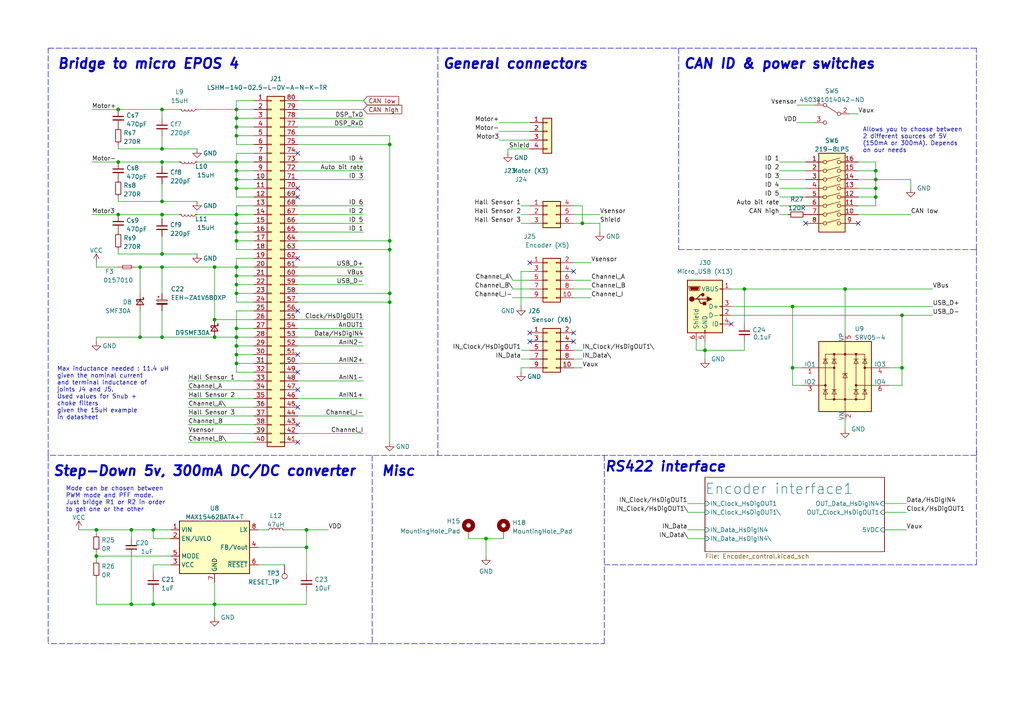
<source format=kicad_sch>
(kicad_sch (version 20211123) (generator eeschema)
  (paper "A4")
  (lib_symbols
    (symbol "Connector:TestPoint" (pin_numbers hide) (pin_names (offset 0.762) hide)
      (property "Reference" "TP" (at 0 6.858 0))
      (property "Value" "TestPoint" (at 0 5.08 0))
      (symbol "TestPoint_1_1"
        (pin passive line (at 0 0 90) (length 2.54) (name "1") (number "1"))
      )
    )
    (symbol "Connector:USB_B_Micro" (pin_names (offset 1.016))
      (property "Reference" "J" (at -5.08 11.43 0))
      (property "Value" "USB_B_Micro" (at -5.08 8.89 0))
      (symbol "USB_B_Micro_1_1"
        (pin power_out line (at 7.62 5.08 180) (length 2.54) (name "VBUS") (number "1"))
        (pin bidirectional line (at 7.62 -2.54 180) (length 2.54) (name "D-") (number "2"))
        (pin bidirectional line (at 7.62 0 180) (length 2.54) (name "D+") (number "3"))
        (pin passive line (at 7.62 -5.08 180) (length 2.54) (name "ID") (number "4"))
        (pin power_out line (at 0 -10.16 90) (length 2.54) (name "GND") (number "5"))
        (pin passive line (at -2.54 -10.16 90) (length 2.54) (name "Shield") (number "6"))
      )
    )
    (symbol "Connector_Generic:Conn_01x04" (pin_names (offset 1.016) hide)
      (property "Reference" "J" (at 0 5.08 0))
      (property "Value" "Conn_01x04" (at 0 -7.62 0))
      (symbol "Conn_01x04_1_1"
        (pin passive line (at -5.08 2.54 0) (length 3.81) (name "Pin_1") (number "1"))
        (pin passive line (at -5.08 0 0) (length 3.81) (name "Pin_2") (number "2"))
        (pin passive line (at -5.08 -2.54 0) (length 3.81) (name "Pin_3") (number "3"))
        (pin passive line (at -5.08 -5.08 0) (length 3.81) (name "Pin_4") (number "4"))
      )
    )
    (symbol "Connector_Generic:Conn_02x03_Top_Bottom" (pin_names (offset 1.016) hide)
      (property "Reference" "J" (at 1.27 5.08 0))
      (property "Value" "Conn_02x03_Top_Bottom" (at 1.27 -5.08 0))
      (symbol "Conn_02x03_Top_Bottom_1_1"
        (pin passive line (at -5.08 2.54 0) (length 3.81) (name "Pin_1") (number "1"))
        (pin passive line (at -5.08 0 0) (length 3.81) (name "Pin_2") (number "2"))
        (pin passive line (at -5.08 -2.54 0) (length 3.81) (name "Pin_3") (number "3"))
        (pin passive line (at 7.62 2.54 180) (length 3.81) (name "Pin_4") (number "4"))
        (pin passive line (at 7.62 0 180) (length 3.81) (name "Pin_5") (number "5"))
        (pin passive line (at 7.62 -2.54 180) (length 3.81) (name "Pin_6") (number "6"))
      )
    )
    (symbol "Connector_Generic:Conn_02x05_Odd_Even" (pin_names (offset 1.016) hide)
      (property "Reference" "J" (at 1.27 7.62 0))
      (property "Value" "Conn_02x05_Odd_Even" (at 1.27 -7.62 0))
      (symbol "Conn_02x05_Odd_Even_1_1"
        (pin passive line (at -5.08 5.08 0) (length 3.81) (name "Pin_1") (number "1"))
        (pin passive line (at 7.62 -5.08 180) (length 3.81) (name "Pin_10") (number "10"))
        (pin passive line (at 7.62 5.08 180) (length 3.81) (name "Pin_2") (number "2"))
        (pin passive line (at -5.08 2.54 0) (length 3.81) (name "Pin_3") (number "3"))
        (pin passive line (at 7.62 2.54 180) (length 3.81) (name "Pin_4") (number "4"))
        (pin passive line (at -5.08 0 0) (length 3.81) (name "Pin_5") (number "5"))
        (pin passive line (at 7.62 0 180) (length 3.81) (name "Pin_6") (number "6"))
        (pin passive line (at -5.08 -2.54 0) (length 3.81) (name "Pin_7") (number "7"))
        (pin passive line (at 7.62 -2.54 180) (length 3.81) (name "Pin_8") (number "8"))
        (pin passive line (at -5.08 -5.08 0) (length 3.81) (name "Pin_9") (number "9"))
      )
    )
    (symbol "Connector_Generic:Conn_02x40_Counter_Clockwise" (pin_names (offset 1.016) hide)
      (property "Reference" "J" (at 1.27 50.8 0))
      (property "Value" "Conn_02x40_Counter_Clockwise" (at 1.27 -53.34 0))
      (symbol "Conn_02x40_Counter_Clockwise_1_1"
        (pin passive line (at -5.08 48.26 0) (length 3.81) (name "Pin_1") (number "1"))
        (pin passive line (at -5.08 25.4 0) (length 3.81) (name "Pin_10") (number "10"))
        (pin passive line (at -5.08 22.86 0) (length 3.81) (name "Pin_11") (number "11"))
        (pin passive line (at -5.08 20.32 0) (length 3.81) (name "Pin_12") (number "12"))
        (pin passive line (at -5.08 17.78 0) (length 3.81) (name "Pin_13") (number "13"))
        (pin passive line (at -5.08 15.24 0) (length 3.81) (name "Pin_14") (number "14"))
        (pin passive line (at -5.08 12.7 0) (length 3.81) (name "Pin_15") (number "15"))
        (pin passive line (at -5.08 10.16 0) (length 3.81) (name "Pin_16") (number "16"))
        (pin passive line (at -5.08 7.62 0) (length 3.81) (name "Pin_17") (number "17"))
        (pin passive line (at -5.08 5.08 0) (length 3.81) (name "Pin_18") (number "18"))
        (pin passive line (at -5.08 2.54 0) (length 3.81) (name "Pin_19") (number "19"))
        (pin passive line (at -5.08 45.72 0) (length 3.81) (name "Pin_2") (number "2"))
        (pin passive line (at -5.08 0 0) (length 3.81) (name "Pin_20") (number "20"))
        (pin passive line (at -5.08 -2.54 0) (length 3.81) (name "Pin_21") (number "21"))
        (pin passive line (at -5.08 -5.08 0) (length 3.81) (name "Pin_22") (number "22"))
        (pin passive line (at -5.08 -7.62 0) (length 3.81) (name "Pin_23") (number "23"))
        (pin passive line (at -5.08 -10.16 0) (length 3.81) (name "Pin_24") (number "24"))
        (pin passive line (at -5.08 -12.7 0) (length 3.81) (name "Pin_25") (number "25"))
        (pin passive line (at -5.08 -15.24 0) (length 3.81) (name "Pin_26") (number "26"))
        (pin passive line (at -5.08 -17.78 0) (length 3.81) (name "Pin_27") (number "27"))
        (pin passive line (at -5.08 -20.32 0) (length 3.81) (name "Pin_28") (number "28"))
        (pin passive line (at -5.08 -22.86 0) (length 3.81) (name "Pin_29") (number "29"))
        (pin passive line (at -5.08 43.18 0) (length 3.81) (name "Pin_3") (number "3"))
        (pin passive line (at -5.08 -25.4 0) (length 3.81) (name "Pin_30") (number "30"))
        (pin passive line (at -5.08 -27.94 0) (length 3.81) (name "Pin_31") (number "31"))
        (pin passive line (at -5.08 -30.48 0) (length 3.81) (name "Pin_32") (number "32"))
        (pin passive line (at -5.08 -33.02 0) (length 3.81) (name "Pin_33") (number "33"))
        (pin passive line (at -5.08 -35.56 0) (length 3.81) (name "Pin_34") (number "34"))
        (pin passive line (at -5.08 -38.1 0) (length 3.81) (name "Pin_35") (number "35"))
        (pin passive line (at -5.08 -40.64 0) (length 3.81) (name "Pin_36") (number "36"))
        (pin passive line (at -5.08 -43.18 0) (length 3.81) (name "Pin_37") (number "37"))
        (pin passive line (at -5.08 -45.72 0) (length 3.81) (name "Pin_38") (number "38"))
        (pin passive line (at -5.08 -48.26 0) (length 3.81) (name "Pin_39") (number "39"))
        (pin passive line (at -5.08 40.64 0) (length 3.81) (name "Pin_4") (number "4"))
        (pin passive line (at -5.08 -50.8 0) (length 3.81) (name "Pin_40") (number "40"))
        (pin passive line (at 7.62 -50.8 180) (length 3.81) (name "Pin_41") (number "41"))
        (pin passive line (at 7.62 -48.26 180) (length 3.81) (name "Pin_42") (number "42"))
        (pin passive line (at 7.62 -45.72 180) (length 3.81) (name "Pin_43") (number "43"))
        (pin passive line (at 7.62 -43.18 180) (length 3.81) (name "Pin_44") (number "44"))
        (pin passive line (at 7.62 -40.64 180) (length 3.81) (name "Pin_45") (number "45"))
        (pin passive line (at 7.62 -38.1 180) (length 3.81) (name "Pin_46") (number "46"))
        (pin passive line (at 7.62 -35.56 180) (length 3.81) (name "Pin_47") (number "47"))
        (pin passive line (at 7.62 -33.02 180) (length 3.81) (name "Pin_48") (number "48"))
        (pin passive line (at 7.62 -30.48 180) (length 3.81) (name "Pin_49") (number "49"))
        (pin passive line (at -5.08 38.1 0) (length 3.81) (name "Pin_5") (number "5"))
        (pin passive line (at 7.62 -27.94 180) (length 3.81) (name "Pin_50") (number "50"))
        (pin passive line (at 7.62 -25.4 180) (length 3.81) (name "Pin_51") (number "51"))
        (pin passive line (at 7.62 -22.86 180) (length 3.81) (name "Pin_52") (number "52"))
        (pin passive line (at 7.62 -20.32 180) (length 3.81) (name "Pin_53") (number "53"))
        (pin passive line (at 7.62 -17.78 180) (length 3.81) (name "Pin_54") (number "54"))
        (pin passive line (at 7.62 -15.24 180) (length 3.81) (name "Pin_55") (number "55"))
        (pin passive line (at 7.62 -12.7 180) (length 3.81) (name "Pin_56") (number "56"))
        (pin passive line (at 7.62 -10.16 180) (length 3.81) (name "Pin_57") (number "57"))
        (pin passive line (at 7.62 -7.62 180) (length 3.81) (name "Pin_58") (number "58"))
        (pin passive line (at 7.62 -5.08 180) (length 3.81) (name "Pin_59") (number "59"))
        (pin passive line (at -5.08 35.56 0) (length 3.81) (name "Pin_6") (number "6"))
        (pin passive line (at 7.62 -2.54 180) (length 3.81) (name "Pin_60") (number "60"))
        (pin passive line (at 7.62 0 180) (length 3.81) (name "Pin_61") (number "61"))
        (pin passive line (at 7.62 2.54 180) (length 3.81) (name "Pin_62") (number "62"))
        (pin passive line (at 7.62 5.08 180) (length 3.81) (name "Pin_63") (number "63"))
        (pin passive line (at 7.62 7.62 180) (length 3.81) (name "Pin_64") (number "64"))
        (pin passive line (at 7.62 10.16 180) (length 3.81) (name "Pin_65") (number "65"))
        (pin passive line (at 7.62 12.7 180) (length 3.81) (name "Pin_66") (number "66"))
        (pin passive line (at 7.62 15.24 180) (length 3.81) (name "Pin_67") (number "67"))
        (pin passive line (at 7.62 17.78 180) (length 3.81) (name "Pin_68") (number "68"))
        (pin passive line (at 7.62 20.32 180) (length 3.81) (name "Pin_69") (number "69"))
        (pin passive line (at -5.08 33.02 0) (length 3.81) (name "Pin_7") (number "7"))
        (pin passive line (at 7.62 22.86 180) (length 3.81) (name "Pin_70") (number "70"))
        (pin passive line (at 7.62 25.4 180) (length 3.81) (name "Pin_71") (number "71"))
        (pin passive line (at 7.62 27.94 180) (length 3.81) (name "Pin_72") (number "72"))
        (pin passive line (at 7.62 30.48 180) (length 3.81) (name "Pin_73") (number "73"))
        (pin passive line (at 7.62 33.02 180) (length 3.81) (name "Pin_74") (number "74"))
        (pin passive line (at 7.62 35.56 180) (length 3.81) (name "Pin_75") (number "75"))
        (pin passive line (at 7.62 38.1 180) (length 3.81) (name "Pin_76") (number "76"))
        (pin passive line (at 7.62 40.64 180) (length 3.81) (name "Pin_77") (number "77"))
        (pin passive line (at 7.62 43.18 180) (length 3.81) (name "Pin_78") (number "78"))
        (pin passive line (at 7.62 45.72 180) (length 3.81) (name "Pin_79") (number "79"))
        (pin passive line (at -5.08 30.48 0) (length 3.81) (name "Pin_8") (number "8"))
        (pin passive line (at 7.62 48.26 180) (length 3.81) (name "Pin_80") (number "80"))
        (pin passive line (at -5.08 27.94 0) (length 3.81) (name "Pin_9") (number "9"))
      )
    )
    (symbol "Device:C_Polarized_Small" (pin_numbers hide) (pin_names (offset 0.254) hide)
      (property "Reference" "C" (at 0.254 1.778 0))
      (property "Value" "C_Polarized_Small" (at 0.254 -2.032 0))
      (symbol "C_Polarized_Small_1_1"
        (pin passive line (at 0 2.54 270) (length 1.8542) (name "~") (number "1"))
        (pin passive line (at 0 -2.54 90) (length 1.8542) (name "~") (number "2"))
      )
    )
    (symbol "Device:C_Small" (pin_numbers hide) (pin_names (offset 0.254) hide)
      (property "Reference" "C" (at 0.254 1.778 0))
      (property "Value" "C_Small" (at 0.254 -2.032 0))
      (symbol "C_Small_1_1"
        (pin passive line (at 0 2.54 270) (length 2.032) (name "~") (number "1"))
        (pin passive line (at 0 -2.54 90) (length 2.032) (name "~") (number "2"))
      )
    )
    (symbol "Device:D_Schottky_Small" (pin_numbers hide) (pin_names (offset 0.254) hide)
      (property "Reference" "D" (at -1.27 2.032 0))
      (property "Value" "D_Schottky_Small" (at -7.112 -2.032 0))
      (symbol "D_Schottky_Small_1_1"
        (pin passive line (at -2.54 0 0) (length 1.778) (name "K") (number "1"))
        (pin passive line (at 2.54 0 180) (length 1.778) (name "A") (number "2"))
      )
    )
    (symbol "Device:Fuse_Small" (pin_numbers hide) (pin_names (offset 0.254) hide)
      (property "Reference" "F" (at 0 -1.524 0))
      (property "Value" "Fuse_Small" (at 0 1.524 0))
      (symbol "Fuse_Small_1_1"
        (pin passive line (at -2.54 0 0) (length 1.27) (name "~") (number "1"))
        (pin passive line (at 2.54 0 180) (length 1.27) (name "~") (number "2"))
      )
    )
    (symbol "Device:L_Small" (pin_numbers hide) (pin_names (offset 0.254) hide)
      (property "Reference" "L" (at 0.762 1.016 0))
      (property "Value" "L_Small" (at 0.762 -1.016 0))
      (symbol "L_Small_1_1"
        (pin passive line (at 0 2.54 270) (length 0.508) (name "~") (number "1"))
        (pin passive line (at 0 -2.54 90) (length 0.508) (name "~") (number "2"))
      )
    )
    (symbol "Device:R_Small" (pin_numbers hide) (pin_names (offset 0.254) hide)
      (property "Reference" "R" (at 0.762 0.508 0))
      (property "Value" "R_Small" (at 0.762 -1.016 0))
      (symbol "R_Small_1_1"
        (pin passive line (at 0 2.54 270) (length 0.762) (name "~") (number "1"))
        (pin passive line (at 0 -2.54 90) (length 0.762) (name "~") (number "2"))
      )
    )
    (symbol "Mechanical:MountingHole_Pad" (pin_numbers hide) (pin_names (offset 1.016) hide)
      (property "Reference" "H" (at 0 6.35 0))
      (property "Value" "MountingHole_Pad" (at 0 4.445 0))
      (symbol "MountingHole_Pad_1_1"
        (pin input line (at 0 -2.54 90) (length 2.54) (name "1") (number "1"))
      )
    )
    (symbol "Power_Protection:SRV05-4" (pin_names (offset 0))
      (property "Reference" "U" (at -5.08 11.43 0))
      (property "Value" "SRV05-4" (at 2.54 11.43 0))
      (symbol "SRV05-4_1_1"
        (pin passive line (at -12.7 2.54 0) (length 5.08) (name "IO1") (number "1"))
        (pin passive line (at 0 -12.7 90) (length 2.54) (name "VN") (number "2"))
        (pin passive line (at -12.7 -2.54 0) (length 5.08) (name "IO2") (number "3"))
        (pin passive line (at 12.7 2.54 180) (length 5.08) (name "IO3") (number "4"))
        (pin passive line (at 0 12.7 270) (length 2.54) (name "VP") (number "5"))
        (pin passive line (at 12.7 -2.54 180) (length 5.08) (name "IO4") (number "6"))
      )
    )
    (symbol "Switch:SW_DIP_x08" (pin_names (offset 0) hide)
      (property "Reference" "SW" (at 0 13.97 0))
      (property "Value" "SW_DIP_x08" (at 0 -11.43 0))
      (symbol "SW_DIP_x08_1_1"
        (pin passive line (at -7.62 10.16 0) (length 5.08) (name "~") (number "1"))
        (pin passive line (at 7.62 -5.08 180) (length 5.08) (name "~") (number "10"))
        (pin passive line (at 7.62 -2.54 180) (length 5.08) (name "~") (number "11"))
        (pin passive line (at 7.62 0 180) (length 5.08) (name "~") (number "12"))
        (pin passive line (at 7.62 2.54 180) (length 5.08) (name "~") (number "13"))
        (pin passive line (at 7.62 5.08 180) (length 5.08) (name "~") (number "14"))
        (pin passive line (at 7.62 7.62 180) (length 5.08) (name "~") (number "15"))
        (pin passive line (at 7.62 10.16 180) (length 5.08) (name "~") (number "16"))
        (pin passive line (at -7.62 7.62 0) (length 5.08) (name "~") (number "2"))
        (pin passive line (at -7.62 5.08 0) (length 5.08) (name "~") (number "3"))
        (pin passive line (at -7.62 2.54 0) (length 5.08) (name "~") (number "4"))
        (pin passive line (at -7.62 0 0) (length 5.08) (name "~") (number "5"))
        (pin passive line (at -7.62 -2.54 0) (length 5.08) (name "~") (number "6"))
        (pin passive line (at -7.62 -5.08 0) (length 5.08) (name "~") (number "7"))
        (pin passive line (at -7.62 -7.62 0) (length 5.08) (name "~") (number "8"))
        (pin passive line (at 7.62 -7.62 180) (length 5.08) (name "~") (number "9"))
      )
    )
    (symbol "Switch:SW_SPDT" (pin_names (offset 0) hide)
      (property "Reference" "SW" (at 0 4.318 0))
      (property "Value" "SW_SPDT" (at 0 -5.08 0))
      (symbol "SW_SPDT_1_1"
        (pin passive line (at 5.08 2.54 180) (length 2.54) (name "A") (number "1"))
        (pin passive line (at -5.08 0 0) (length 2.54) (name "B") (number "2"))
        (pin passive line (at 5.08 -2.54 180) (length 2.54) (name "C") (number "3"))
      )
    )
    (symbol "custom_lib:MAX15462BATA+T"
      (property "Reference" "U" (at -7.62 6.35 0))
      (property "Value" "MAX15462BATA+T" (at 0 3.81 0))
      (symbol "MAX15462BATA+T_1_1"
        (pin power_in line (at -12.7 -1.27 0) (length 2.54) (name "VIN") (number "1"))
        (pin input line (at -12.7 -3.81 0) (length 2.54) (name "EN/UVLO") (number "2"))
        (pin power_out line (at -12.7 -11.43 0) (length 2.54) (name "VCC") (number "3"))
        (pin input line (at 12.7 -6.35 180) (length 2.54) (name "FB/Vout") (number "4"))
        (pin input line (at -12.7 -8.89 0) (length 2.54) (name "MODE") (number "5"))
        (pin open_collector line (at 12.7 -11.43 180) (length 2.54) (name "~{RESET}") (number "6"))
        (pin power_in line (at 0 -16.51 90) (length 2.54) (name "GND") (number "7"))
        (pin power_out line (at 12.7 -1.27 180) (length 2.54) (name "LX") (number "8"))
      )
    )
    (symbol "power:GND" (power) (pin_names (offset 0))
      (property "Value" "GND" (at 0 -3.81 0))
      (symbol "GND_1_1"
        (pin power_in line (at 0 0 270) (length 0) hide (name "GND") (number "1"))
      )
    )
    (symbol "power:VCC" (power) (pin_names (offset 0))
      (property "Value" "VCC" (at 0 3.81 0))
      (symbol "VCC_1_1"
        (pin power_in line (at 0 0 90) (length 0) hide (name "VCC") (number "1"))
      )
    )
  )
  (junction (at 113.03 72.39))
  (junction (at 254 54.61))
  (junction (at 46.99 73.66))
  (junction (at 261.62 106.68))
  (junction (at 113.03 69.85))
  (junction (at 62.23 92.71))
  (junction (at 254 52.07))
  (junction (at 46.99 97.79))
  (junction (at 46.99 77.47))
  (junction (at 88.9 153.67))
  (junction (at 38.1 175.26))
  (junction (at 254 49.53))
  (junction (at 44.45 153.67))
  (junction (at 68.58 97.79))
  (junction (at 229.87 88.9))
  (junction (at 62.23 97.79))
  (junction (at 40.64 77.47))
  (junction (at 46.99 58.42))
  (junction (at 68.58 49.53))
  (junction (at 68.58 95.25))
  (junction (at 88.9 158.75))
  (junction (at 68.58 36.83))
  (junction (at 68.58 52.07))
  (junction (at 68.58 77.47))
  (junction (at 46.99 43.18))
  (junction (at 68.58 105.41))
  (junction (at 113.03 87.63))
  (junction (at 34.29 46.99))
  (junction (at 261.62 91.44))
  (junction (at 68.58 85.09))
  (junction (at 46.99 62.23))
  (junction (at 68.58 62.23))
  (junction (at 27.94 153.67))
  (junction (at 68.58 102.87))
  (junction (at 68.58 54.61))
  (junction (at 68.58 69.85))
  (junction (at 140.97 156.21))
  (junction (at 62.23 77.47))
  (junction (at 68.58 80.01))
  (junction (at 68.58 64.77))
  (junction (at 68.58 100.33))
  (junction (at 46.99 31.75))
  (junction (at 245.11 83.82))
  (junction (at 46.99 46.99))
  (junction (at 215.9 83.82))
  (junction (at 113.03 85.09))
  (junction (at 27.94 161.29))
  (junction (at 68.58 34.29))
  (junction (at 68.58 67.31))
  (junction (at 62.23 175.26))
  (junction (at 254 57.15))
  (junction (at 34.29 31.75))
  (junction (at 229.87 106.68))
  (junction (at 34.29 62.23))
  (junction (at 40.64 97.79))
  (junction (at 204.47 101.6))
  (junction (at 68.58 46.99))
  (junction (at 68.58 82.55))
  (junction (at 68.58 39.37))
  (junction (at 44.45 175.26))
  (junction (at 68.58 31.75))
  (junction (at 113.03 41.91))
  (junction (at 168.91 64.77))
  (junction (at 38.1 153.67))
  (no_connect (at 86.36 44.45))
  (no_connect (at 166.37 96.52))
  (no_connect (at 86.36 107.95))
  (no_connect (at 212.09 93.98))
  (no_connect (at 153.67 99.06))
  (no_connect (at 86.36 74.93))
  (no_connect (at 153.67 76.2))
  (no_connect (at 86.36 57.15))
  (no_connect (at 86.36 90.17))
  (no_connect (at 166.37 99.06))
  (no_connect (at 86.36 113.03))
  (no_connect (at 86.36 102.87))
  (no_connect (at 248.92 64.77))
  (no_connect (at 153.67 96.52))
  (no_connect (at 86.36 123.19))
  (no_connect (at 86.36 118.11))
  (no_connect (at 166.37 78.74))
  (no_connect (at 86.36 54.61))
  (no_connect (at 233.68 64.77))
  (no_connect (at 86.36 128.27))
  (wire (pts (xy 113.03 85.09) (xy 113.03 87.63)))
  (wire (pts (xy 46.99 77.47) (xy 62.23 77.47)))
  (wire (pts (xy 73.66 107.95) (xy 68.58 107.95)))
  (wire (pts (xy 44.45 163.83) (xy 44.45 166.37)))
  (wire (pts (xy 173.99 64.77) (xy 173.99 67.31)))
  (wire (pts (xy 62.23 92.71) (xy 73.66 92.71)))
  (wire (pts (xy 68.58 52.07) (xy 73.66 52.07)))
  (wire (pts (xy 86.36 115.57) (xy 105.41 115.57)))
  (wire (pts (xy 34.29 57.15) (xy 34.29 58.42)))
  (wire (pts (xy 68.58 100.33) (xy 73.66 100.33)))
  (wire (pts (xy 148.59 83.82) (xy 153.67 83.82)))
  (polyline (pts (xy 283.21 163.83) (xy 283.21 130.81)))
  (polyline (pts (xy 283.21 72.39) (xy 283.21 13.97)))
  (wire (pts (xy 86.36 97.79) (xy 105.41 97.79)))
  (wire (pts (xy 86.36 87.63) (xy 113.03 87.63)))
  (wire (pts (xy 148.59 86.36) (xy 153.67 86.36)))
  (wire (pts (xy 226.06 46.99) (xy 233.68 46.99)))
  (wire (pts (xy 261.62 111.76) (xy 257.81 111.76)))
  (wire (pts (xy 86.36 92.71) (xy 105.41 92.71)))
  (polyline (pts (xy 196.85 132.08) (xy 13.97 132.08)))
  (wire (pts (xy 166.37 86.36) (xy 171.45 86.36)))
  (wire (pts (xy 38.1 161.29) (xy 38.1 175.26)))
  (wire (pts (xy 151.13 62.23) (xy 153.67 62.23)))
  (wire (pts (xy 248.92 33.02) (xy 246.38 33.02)))
  (wire (pts (xy 57.15 31.75) (xy 68.58 31.75)))
  (wire (pts (xy 27.94 153.67) (xy 27.94 154.94)))
  (wire (pts (xy 168.91 64.77) (xy 173.99 64.77)))
  (wire (pts (xy 86.36 39.37) (xy 113.03 39.37)))
  (wire (pts (xy 68.58 97.79) (xy 73.66 97.79)))
  (wire (pts (xy 248.92 49.53) (xy 254 49.53)))
  (wire (pts (xy 34.29 46.99) (xy 46.99 46.99)))
  (polyline (pts (xy 175.26 163.83) (xy 283.21 163.83)))
  (wire (pts (xy 68.58 29.21) (xy 73.66 29.21)))
  (wire (pts (xy 86.36 82.55) (xy 105.41 82.55)))
  (wire (pts (xy 38.1 153.67) (xy 44.45 153.67)))
  (wire (pts (xy 68.58 102.87) (xy 73.66 102.87)))
  (wire (pts (xy 248.92 57.15) (xy 254 57.15)))
  (wire (pts (xy 86.36 67.31) (xy 105.41 67.31)))
  (polyline (pts (xy 13.97 132.08) (xy 13.97 186.69)))
  (wire (pts (xy 144.78 38.1) (xy 153.67 38.1)))
  (wire (pts (xy 40.64 77.47) (xy 46.99 77.47)))
  (wire (pts (xy 62.23 77.47) (xy 68.58 77.47)))
  (polyline (pts (xy 283.21 13.97) (xy 196.85 13.97)))
  (wire (pts (xy 86.36 95.25) (xy 105.41 95.25)))
  (wire (pts (xy 226.06 54.61) (xy 233.68 54.61)))
  (wire (pts (xy 86.36 49.53) (xy 105.41 49.53)))
  (wire (pts (xy 68.58 80.01) (xy 73.66 80.01)))
  (wire (pts (xy 212.09 88.9) (xy 229.87 88.9)))
  (wire (pts (xy 68.58 102.87) (xy 68.58 100.33)))
  (wire (pts (xy 68.58 64.77) (xy 68.58 67.31)))
  (wire (pts (xy 166.37 64.77) (xy 168.91 64.77)))
  (wire (pts (xy 68.58 80.01) (xy 68.58 82.55)))
  (wire (pts (xy 113.03 72.39) (xy 113.03 85.09)))
  (wire (pts (xy 62.23 175.26) (xy 62.23 179.07)))
  (wire (pts (xy 226.06 62.23) (xy 228.6 62.23)))
  (wire (pts (xy 68.58 90.17) (xy 68.58 95.25)))
  (wire (pts (xy 68.58 82.55) (xy 68.58 85.09)))
  (wire (pts (xy 166.37 81.28) (xy 171.45 81.28)))
  (wire (pts (xy 68.58 57.15) (xy 73.66 57.15)))
  (wire (pts (xy 166.37 83.82) (xy 171.45 83.82)))
  (wire (pts (xy 88.9 158.75) (xy 88.9 166.37)))
  (wire (pts (xy 254 59.69) (xy 248.92 59.69)))
  (wire (pts (xy 257.81 106.68) (xy 261.62 106.68)))
  (wire (pts (xy 68.58 49.53) (xy 68.58 46.99)))
  (wire (pts (xy 57.15 46.99) (xy 68.58 46.99)))
  (wire (pts (xy 226.06 59.69) (xy 233.68 59.69)))
  (wire (pts (xy 73.66 90.17) (xy 68.58 90.17)))
  (wire (pts (xy 44.45 156.21) (xy 44.45 153.67)))
  (wire (pts (xy 248.92 46.99) (xy 254 46.99)))
  (wire (pts (xy 215.9 83.82) (xy 215.9 93.98)))
  (wire (pts (xy 151.13 106.68) (xy 153.67 106.68)))
  (wire (pts (xy 68.58 31.75) (xy 68.58 29.21)))
  (wire (pts (xy 226.06 57.15) (xy 233.68 57.15)))
  (polyline (pts (xy 196.85 72.39) (xy 283.21 72.39)))
  (wire (pts (xy 201.93 101.6) (xy 204.47 101.6)))
  (wire (pts (xy 248.92 54.61) (xy 254 54.61)))
  (wire (pts (xy 68.58 85.09) (xy 68.58 87.63)))
  (wire (pts (xy 140.97 156.21) (xy 146.05 156.21)))
  (wire (pts (xy 27.94 97.79) (xy 27.94 99.06)))
  (wire (pts (xy 68.58 105.41) (xy 68.58 102.87)))
  (polyline (pts (xy 107.95 186.69) (xy 175.26 186.69)))
  (polyline (pts (xy 13.97 13.97) (xy 196.85 13.97)))
  (wire (pts (xy 49.53 163.83) (xy 44.45 163.83)))
  (wire (pts (xy 46.99 77.47) (xy 46.99 85.09)))
  (wire (pts (xy 261.62 91.44) (xy 270.51 91.44)))
  (wire (pts (xy 88.9 171.45) (xy 88.9 175.26)))
  (wire (pts (xy 68.58 67.31) (xy 68.58 69.85)))
  (wire (pts (xy 34.29 41.91) (xy 34.29 43.18)))
  (wire (pts (xy 68.58 87.63) (xy 73.66 87.63)))
  (wire (pts (xy 151.13 101.6) (xy 153.67 101.6)))
  (wire (pts (xy 27.94 161.29) (xy 49.53 161.29)))
  (wire (pts (xy 86.36 69.85) (xy 113.03 69.85)))
  (wire (pts (xy 27.94 160.02) (xy 27.94 161.29)))
  (wire (pts (xy 46.99 62.23) (xy 46.99 63.5)))
  (wire (pts (xy 62.23 77.47) (xy 62.23 92.71)))
  (wire (pts (xy 40.64 97.79) (xy 27.94 97.79)))
  (wire (pts (xy 86.36 77.47) (xy 105.41 77.47)))
  (wire (pts (xy 52.07 62.23) (xy 46.99 62.23)))
  (wire (pts (xy 204.47 99.06) (xy 204.47 101.6)))
  (wire (pts (xy 86.36 85.09) (xy 113.03 85.09)))
  (wire (pts (xy 68.58 64.77) (xy 73.66 64.77)))
  (wire (pts (xy 46.99 73.66) (xy 57.15 73.66)))
  (wire (pts (xy 82.55 153.67) (xy 88.9 153.67)))
  (wire (pts (xy 54.61 120.65) (xy 73.66 120.65)))
  (wire (pts (xy 54.61 125.73) (xy 73.66 125.73)))
  (wire (pts (xy 27.94 167.64) (xy 27.94 175.26)))
  (wire (pts (xy 148.59 81.28) (xy 153.67 81.28)))
  (wire (pts (xy 68.58 31.75) (xy 73.66 31.75)))
  (wire (pts (xy 270.51 83.82) (xy 245.11 83.82)))
  (wire (pts (xy 153.67 78.74) (xy 151.13 78.74)))
  (wire (pts (xy 40.64 90.17) (xy 40.64 97.79)))
  (polyline (pts (xy 283.21 132.08) (xy 196.85 132.08)))
  (wire (pts (xy 171.45 76.2) (xy 166.37 76.2)))
  (wire (pts (xy 68.58 59.69) (xy 73.66 59.69)))
  (wire (pts (xy 254 54.61) (xy 254 57.15)))
  (wire (pts (xy 34.29 73.66) (xy 34.29 72.39)))
  (wire (pts (xy 54.61 128.27) (xy 73.66 128.27)))
  (wire (pts (xy 147.32 43.18) (xy 147.32 44.45)))
  (wire (pts (xy 54.61 113.03) (xy 73.66 113.03)))
  (wire (pts (xy 254 49.53) (xy 254 52.07)))
  (wire (pts (xy 113.03 41.91) (xy 113.03 69.85)))
  (wire (pts (xy 68.58 105.41) (xy 73.66 105.41)))
  (wire (pts (xy 86.36 31.75) (xy 105.41 31.75)))
  (wire (pts (xy 27.94 76.2) (xy 27.94 77.47)))
  (wire (pts (xy 199.39 156.21) (xy 204.47 156.21)))
  (polyline (pts (xy 175.26 186.69) (xy 175.26 163.83)))
  (polyline (pts (xy 127 13.97) (xy 127 132.08)))
  (wire (pts (xy 204.47 101.6) (xy 204.47 104.14)))
  (wire (pts (xy 86.36 105.41) (xy 105.41 105.41)))
  (wire (pts (xy 68.58 107.95) (xy 68.58 105.41)))
  (wire (pts (xy 26.67 46.99) (xy 34.29 46.99)))
  (wire (pts (xy 27.94 77.47) (xy 34.29 77.47)))
  (wire (pts (xy 68.58 49.53) (xy 73.66 49.53)))
  (wire (pts (xy 26.67 31.75) (xy 34.29 31.75)))
  (wire (pts (xy 261.62 91.44) (xy 261.62 106.68)))
  (wire (pts (xy 166.37 104.14) (xy 168.91 104.14)))
  (wire (pts (xy 68.58 82.55) (xy 73.66 82.55)))
  (wire (pts (xy 144.78 35.56) (xy 153.67 35.56)))
  (wire (pts (xy 86.36 62.23) (xy 105.41 62.23)))
  (wire (pts (xy 254 46.99) (xy 254 49.53)))
  (wire (pts (xy 113.03 39.37) (xy 113.03 41.91)))
  (wire (pts (xy 74.93 158.75) (xy 88.9 158.75)))
  (wire (pts (xy 151.13 78.74) (xy 151.13 88.9)))
  (wire (pts (xy 68.58 69.85) (xy 68.58 72.39)))
  (wire (pts (xy 86.36 120.65) (xy 105.41 120.65)))
  (wire (pts (xy 215.9 83.82) (xy 212.09 83.82)))
  (wire (pts (xy 254 52.07) (xy 254 54.61)))
  (wire (pts (xy 68.58 74.93) (xy 73.66 74.93)))
  (wire (pts (xy 86.36 110.49) (xy 105.41 110.49)))
  (wire (pts (xy 68.58 67.31) (xy 73.66 67.31)))
  (polyline (pts (xy 175.26 132.08) (xy 175.26 163.83)))
  (wire (pts (xy 254 57.15) (xy 254 59.69)))
  (wire (pts (xy 46.99 58.42) (xy 46.99 53.34)))
  (wire (pts (xy 86.36 46.99) (xy 105.41 46.99)))
  (polyline (pts (xy 107.95 132.08) (xy 107.95 186.69)))
  (wire (pts (xy 229.87 88.9) (xy 229.87 106.68)))
  (wire (pts (xy 248.92 52.07) (xy 254 52.07)))
  (wire (pts (xy 248.92 62.23) (xy 264.16 62.23)))
  (wire (pts (xy 26.67 62.23) (xy 34.29 62.23)))
  (wire (pts (xy 34.29 31.75) (xy 46.99 31.75)))
  (wire (pts (xy 68.58 62.23) (xy 68.58 64.77)))
  (wire (pts (xy 68.58 97.79) (xy 68.58 95.25)))
  (wire (pts (xy 140.97 161.29) (xy 140.97 156.21)))
  (wire (pts (xy 245.11 121.92) (xy 245.11 124.46)))
  (wire (pts (xy 62.23 175.26) (xy 88.9 175.26)))
  (wire (pts (xy 46.99 39.37) (xy 46.99 43.18)))
  (wire (pts (xy 68.58 57.15) (xy 68.58 54.61)))
  (wire (pts (xy 46.99 68.58) (xy 46.99 73.66)))
  (wire (pts (xy 68.58 39.37) (xy 73.66 39.37)))
  (wire (pts (xy 229.87 106.68) (xy 232.41 106.68)))
  (wire (pts (xy 254 52.07) (xy 264.16 52.07)))
  (wire (pts (xy 231.14 30.48) (xy 236.22 30.48)))
  (wire (pts (xy 229.87 88.9) (xy 270.51 88.9)))
  (wire (pts (xy 68.58 74.93) (xy 68.58 77.47)))
  (wire (pts (xy 151.13 106.68) (xy 151.13 107.95)))
  (wire (pts (xy 46.99 97.79) (xy 62.23 97.79)))
  (wire (pts (xy 68.58 62.23) (xy 73.66 62.23)))
  (wire (pts (xy 44.45 171.45) (xy 44.45 175.26)))
  (wire (pts (xy 74.93 153.67) (xy 77.47 153.67)))
  (wire (pts (xy 44.45 153.67) (xy 49.53 153.67)))
  (wire (pts (xy 86.36 34.29) (xy 105.41 34.29)))
  (wire (pts (xy 204.47 101.6) (xy 215.9 101.6)))
  (wire (pts (xy 46.99 31.75) (xy 46.99 34.29)))
  (wire (pts (xy 38.1 153.67) (xy 38.1 156.21)))
  (wire (pts (xy 34.29 58.42) (xy 46.99 58.42)))
  (wire (pts (xy 46.99 90.17) (xy 46.99 97.79)))
  (wire (pts (xy 245.11 83.82) (xy 215.9 83.82)))
  (wire (pts (xy 52.07 46.99) (xy 46.99 46.99)))
  (wire (pts (xy 46.99 43.18) (xy 57.15 43.18)))
  (wire (pts (xy 40.64 97.79) (xy 46.99 97.79)))
  (wire (pts (xy 46.99 46.99) (xy 46.99 48.26)))
  (wire (pts (xy 256.54 153.67) (xy 262.89 153.67)))
  (wire (pts (xy 54.61 118.11) (xy 73.66 118.11)))
  (wire (pts (xy 44.45 175.26) (xy 62.23 175.26)))
  (wire (pts (xy 68.58 52.07) (xy 68.58 49.53)))
  (wire (pts (xy 46.99 73.66) (xy 34.29 73.66)))
  (wire (pts (xy 166.37 59.69) (xy 168.91 59.69)))
  (wire (pts (xy 226.06 52.07) (xy 233.68 52.07)))
  (wire (pts (xy 68.58 95.25) (xy 73.66 95.25)))
  (wire (pts (xy 68.58 59.69) (xy 68.58 62.23)))
  (wire (pts (xy 86.36 52.07) (xy 105.41 52.07)))
  (wire (pts (xy 147.32 43.18) (xy 153.67 43.18)))
  (wire (pts (xy 86.36 80.01) (xy 105.41 80.01)))
  (wire (pts (xy 68.58 44.45) (xy 73.66 44.45)))
  (wire (pts (xy 86.36 41.91) (xy 113.03 41.91)))
  (wire (pts (xy 68.58 31.75) (xy 68.58 34.29)))
  (wire (pts (xy 54.61 110.49) (xy 73.66 110.49)))
  (wire (pts (xy 199.39 146.05) (xy 204.47 146.05)))
  (wire (pts (xy 52.07 31.75) (xy 46.99 31.75)))
  (wire (pts (xy 68.58 54.61) (xy 73.66 54.61)))
  (wire (pts (xy 38.1 175.26) (xy 44.45 175.26)))
  (wire (pts (xy 86.36 72.39) (xy 113.03 72.39)))
  (wire (pts (xy 144.78 40.64) (xy 153.67 40.64)))
  (wire (pts (xy 68.58 41.91) (xy 73.66 41.91)))
  (wire (pts (xy 57.15 62.23) (xy 68.58 62.23)))
  (wire (pts (xy 166.37 62.23) (xy 173.99 62.23)))
  (wire (pts (xy 199.39 153.67) (xy 204.47 153.67)))
  (wire (pts (xy 46.99 58.42) (xy 57.15 58.42)))
  (wire (pts (xy 151.13 59.69) (xy 153.67 59.69)))
  (wire (pts (xy 199.39 148.59) (xy 204.47 148.59)))
  (wire (pts (xy 68.58 100.33) (xy 68.58 97.79)))
  (wire (pts (xy 140.97 156.21) (xy 135.89 156.21)))
  (wire (pts (xy 166.37 101.6) (xy 168.91 101.6)))
  (wire (pts (xy 86.36 29.21) (xy 105.41 29.21)))
  (wire (pts (xy 27.94 175.26) (xy 38.1 175.26)))
  (wire (pts (xy 27.94 161.29) (xy 27.94 162.56)))
  (wire (pts (xy 88.9 153.67) (xy 95.25 153.67)))
  (wire (pts (xy 62.23 97.79) (xy 68.58 97.79)))
  (wire (pts (xy 68.58 34.29) (xy 68.58 36.83)))
  (wire (pts (xy 68.58 46.99) (xy 73.66 46.99)))
  (wire (pts (xy 261.62 106.68) (xy 261.62 111.76)))
  (wire (pts (xy 215.9 99.06) (xy 215.9 101.6)))
  (wire (pts (xy 226.06 49.53) (xy 233.68 49.53)))
  (wire (pts (xy 86.36 59.69) (xy 105.41 59.69)))
  (polyline (pts (xy 107.95 186.69) (xy 13.97 186.69)))
  (wire (pts (xy 68.58 85.09) (xy 73.66 85.09)))
  (wire (pts (xy 245.11 83.82) (xy 245.11 96.52)))
  (wire (pts (xy 34.29 43.18) (xy 46.99 43.18)))
  (wire (pts (xy 113.03 69.85) (xy 113.03 72.39)))
  (wire (pts (xy 68.58 77.47) (xy 73.66 77.47)))
  (wire (pts (xy 68.58 69.85) (xy 73.66 69.85)))
  (wire (pts (xy 256.54 148.59) (xy 262.89 148.59)))
  (wire (pts (xy 54.61 123.19) (xy 73.66 123.19)))
  (wire (pts (xy 113.03 87.63) (xy 113.03 128.27)))
  (polyline (pts (xy 283.21 72.39) (xy 283.21 132.08)))
  (wire (pts (xy 68.58 39.37) (xy 68.58 41.91)))
  (wire (pts (xy 34.29 62.23) (xy 46.99 62.23)))
  (wire (pts (xy 39.37 77.47) (xy 40.64 77.47)))
  (wire (pts (xy 229.87 111.76) (xy 232.41 111.76)))
  (polyline (pts (xy 13.97 132.08) (xy 13.97 13.97)))
  (wire (pts (xy 68.58 44.45) (xy 68.58 46.99)))
  (wire (pts (xy 68.58 77.47) (xy 68.58 80.01)))
  (wire (pts (xy 86.36 100.33) (xy 105.41 100.33)))
  (wire (pts (xy 74.93 163.83) (xy 82.55 163.83)))
  (wire (pts (xy 68.58 34.29) (xy 73.66 34.29)))
  (wire (pts (xy 86.36 36.83) (xy 105.41 36.83)))
  (wire (pts (xy 68.58 72.39) (xy 73.66 72.39)))
  (wire (pts (xy 151.13 64.77) (xy 153.67 64.77)))
  (wire (pts (xy 27.94 153.67) (xy 38.1 153.67)))
  (wire (pts (xy 54.61 115.57) (xy 73.66 115.57)))
  (wire (pts (xy 62.23 168.91) (xy 62.23 175.26)))
  (wire (pts (xy 201.93 99.06) (xy 201.93 101.6)))
  (wire (pts (xy 22.86 153.67) (xy 27.94 153.67)))
  (wire (pts (xy 168.91 59.69) (xy 168.91 64.77)))
  (wire (pts (xy 88.9 158.75) (xy 88.9 153.67)))
  (wire (pts (xy 86.36 64.77) (xy 105.41 64.77)))
  (wire (pts (xy 256.54 146.05) (xy 262.89 146.05)))
  (wire (pts (xy 40.64 77.47) (xy 40.64 85.09)))
  (wire (pts (xy 166.37 106.68) (xy 168.91 106.68)))
  (wire (pts (xy 231.14 35.56) (xy 236.22 35.56)))
  (wire (pts (xy 229.87 106.68) (xy 229.87 111.76)))
  (wire (pts (xy 68.58 54.61) (xy 68.58 52.07)))
  (wire (pts (xy 264.16 52.07) (xy 264.16 54.61)))
  (wire (pts (xy 212.09 91.44) (xy 261.62 91.44)))
  (wire (pts (xy 49.53 156.21) (xy 44.45 156.21)))
  (wire (pts (xy 68.58 36.83) (xy 68.58 39.37)))
  (wire (pts (xy 68.58 36.83) (xy 73.66 36.83)))
  (wire (pts (xy 151.13 104.14) (xy 153.67 104.14)))
  (wire (pts (xy 86.36 125.73) (xy 105.41 125.73)))
  (polyline (pts (xy 196.85 13.97) (xy 196.85 72.39)))
  (text "Step-Down 5v, 300mA DC/DC converter" (at 15.24 138.43 0) (effects (font (size 2.85 2.85) (thickness 0.6) bold italic) (justify left bottom)))
  (text "Allows you to choose between \n2 different sources of 5V\n(150mA or 300mA). Depends\non our needs" (at 250.19 44.45 0) (effects (font (size 1.25 1.25)) (justify left bottom)))
  (text "RS422 interface" (at 175.26 137.16 0) (effects (font (size 2.85 2.85) bold italic) (justify left bottom)))
  (text "Bridge to micro EPOS 4" (at 16.51 20.32 0) (effects (font (size 2.85 2.85) (thickness 0.6) bold italic) (justify left bottom)))
  (text "Mode can be chosen between\nPWM mode and PFF mode.\nJust bridge R1 or R2 in order\nto get one or the other" (at 19.05 148.59 0) (effects (font (size 1.25 1.25)) (justify left bottom)))
  (text "Misc" (at 110.49 138.43 0) (effects (font (size 2.85 2.85) (thickness 0.57) bold italic) (justify left bottom)))
  (text "CAN ID & power switches\n" (at 198.12 20.32 0) (effects (font (size 2.85 2.85) (thickness 0.6) bold italic) (justify left bottom)))
  (text "General connectors\n" (at 128.27 20.32 0) (effects (font (size 2.85 2.85) (thickness 0.6) bold italic) (justify left bottom)))
  (text "Max inductance needed : 11.4 uH \ngiven the nominal current\nand terminal inductance of \njoints J4 and J5.\nUsed values for Snub + \nchoke filters\ngiven the 15uH example \nin datasheet" (at 16.51 121.92 0) (effects (font (size 1.25 1.25)) (justify left bottom)))
  (label "Motor-" (at 144.78 38.1 180))
  (label "IN_Clock{slash}HsDigOUT1\\" (at 168.91 101.6 0))
  (label "AnIN2-" (at 105.41 100.33 180))
  (label "CAN low" (at 264.16 62.23 0))
  (label "Clock{slash}HsDigOUT1" (at 262.89 148.59 0))
  (label "Data{slash}HsDigIN4" (at 105.41 97.79 180))
  (label "Auto bit rate" (at 226.06 59.69 180))
  (label "Hall Sensor 1" (at 54.61 110.49 0))
  (label "Vaux" (at 168.91 106.68 0))
  (label "IN_Clock{slash}HsDigOUT1" (at 151.13 101.6 180))
  (label "AnOUT1" (at 105.41 95.25 180))
  (label "AnIN1+" (at 105.41 115.57 180))
  (label "Hall Sensor 2" (at 151.13 62.23 180))
  (label "IN_Data\\" (at 199.39 156.21 180))
  (label "Vsensor" (at 231.14 30.48 180))
  (label "ID 2" (at 226.06 49.53 180))
  (label "Channel_A" (at 171.45 81.28 0))
  (label "Clock{slash}HsDigOUT1" (at 105.41 92.71 180))
  (label "Channel_A\\" (at 148.59 81.28 180))
  (label "Channel_I-" (at 148.59 86.36 180))
  (label "VBus" (at 105.41 80.01 180))
  (label "Channel_B\\" (at 54.61 128.27 0))
  (label "USB_D-" (at 270.51 91.44 0))
  (label "CAN high" (at 226.06 62.23 180))
  (label "AnIN2+" (at 105.41 105.41 180))
  (label "Motor3" (at 26.67 62.23 0))
  (label "Hall Sensor 3" (at 54.61 120.65 0))
  (label "Vsensor" (at 54.61 125.73 0))
  (label "Channel_I" (at 105.41 125.73 180))
  (label "IN_Clock{slash}HsDigOUT1" (at 199.39 146.05 180))
  (label "AnIN1-" (at 105.41 110.49 180))
  (label "Auto bit rate" (at 105.41 49.53 180))
  (label "ID 2" (at 105.41 62.23 180))
  (label "USB_D+" (at 270.51 88.9 0))
  (label "DSP_RxD" (at 105.41 36.83 180))
  (label "VDD" (at 95.25 153.67 0))
  (label "Motor-" (at 26.67 46.99 0))
  (label "ID 5" (at 226.06 57.15 180))
  (label "Vsensor" (at 171.45 76.2 0))
  (label "IN_Data" (at 151.13 104.14 180))
  (label "Channel_I" (at 171.45 86.36 0))
  (label "Motor+" (at 144.78 35.56 180))
  (label "Motor3" (at 144.78 40.64 180))
  (label "Hall Sensor 2" (at 54.61 115.57 0))
  (label "Shield" (at 153.67 43.18 180))
  (label "ID 5" (at 105.41 64.77 180))
  (label "ID 6" (at 105.41 59.69 180))
  (label "USB_D-" (at 105.41 82.55 180))
  (label "IN_Data" (at 199.39 153.67 180))
  (label "ID 3" (at 226.06 52.07 180))
  (label "Motor+" (at 26.67 31.75 0))
  (label "ID 3" (at 105.41 52.07 180))
  (label "Channel_I-" (at 105.41 120.65 180))
  (label "Channel_B" (at 171.45 83.82 0))
  (label "Channel_A\\" (at 54.61 118.11 0))
  (label "ID 4" (at 226.06 54.61 180))
  (label "ID 1" (at 105.41 67.31 180))
  (label "Channel_A" (at 54.61 113.03 0))
  (label "Data{slash}HsDigIN4" (at 262.89 146.05 0))
  (label "Channel_B\\" (at 148.59 83.82 180))
  (label "Shield" (at 173.99 64.77 0))
  (label "IN_Data\\" (at 168.91 104.14 0))
  (label "USB_D+" (at 105.41 77.47 180))
  (label "Hall Sensor 3" (at 151.13 64.77 180))
  (label "ID 4" (at 105.41 46.99 180))
  (label "VDD" (at 231.14 35.56 180))
  (label "Channel_B" (at 54.61 123.19 0))
  (label "ID 1" (at 226.06 46.99 180))
  (label "Vsensor" (at 173.99 62.23 0))
  (label "Hall Sensor 1" (at 151.13 59.69 180))
  (label "Vaux" (at 248.92 33.02 0))
  (label "Vaux" (at 262.89 153.67 0))
  (label "IN_Clock{slash}HsDigOUT1\\" (at 199.39 148.59 180))
  (label "DSP_TxD" (at 105.41 34.29 180))
  (label "VBus" (at 270.51 83.82 0))
  (global_label "CAN high" (shape input) (at 105.41 31.75 0) (property "Intersheet References" "${INTERSHEET_REFS}" (effects hide)))
  (global_label "CAN low" (shape input) (at 105.41 29.21 0) (property "Intersheet References" "${INTERSHEET_REFS}" (effects hide)))
  (symbol (lib_id "Mechanical:MountingHole_Pad") (at 135.89 153.67 0) (unit 1)
    (property "Reference" "H15" (at 129.54 151.13 0) (effects (justify left)))
    (property "Value" "MountingHole_Pad" (at 116.0364 154.0391 0) (effects (justify left)))
    (property "Footprint" "MountingHole:MountingHole_3mm_Pad_Via" (effects hide))
  )
  (symbol (lib_id "power:GND") (at 173.99 67.31 0) (unit 1)
    (property "Reference" "#PWR0156" (effects hide))
    (property "Value" "GND" (at 177.8 68.58 0))
  )
  (symbol (lib_id "Device:L_Small") (at 54.61 31.75 270) (unit 1)
    (property "Reference" "L9" (at 52.07 26.67 90))
    (property "Value" "15uH" (at 52.07 29.2069 90))
    (property "Footprint" "can_proj_footprints:WE-PD_1260_1245_1280_121054" (effects hide))
    (property "Datasheet" "https://www.we-online.com/katalog/datasheet/7447709150.pdf" (effects hide))
  )
  (symbol (lib_id "Device:C_Polarized_Small") (at 46.99 87.63 0) (unit 1)
    (property "Reference" "C22" (at 49.53 83.82 0) (effects (justify left)))
    (property "Value" "EEH-ZA1V680XP" (at 49.53 86.36 0) (effects (justify left)))
    (property "Footprint" "can_proj_footprints:CAP_EEHZA1V680XP" (effects hide))
    (property "Datasheet" "https://industrial.panasonic.com/cdbs/www-data/pdf/RDD0000/ABA0000C1221.pdf" (effects hide))
  )
  (symbol (lib_id "Device:C_Small") (at 88.9 168.91 0) (unit 1)
    (property "Reference" "C23" (at 91.2241 168.0816 0) (effects (justify left)))
    (property "Value" "10uF" (at 91.2241 170.6185 0) (effects (justify left)))
    (property "Footprint" "Capacitor_SMD:C_0603_1608Metric_Pad1.08x0.95mm_HandSolder" (effects hide))
    (property "Datasheet" "https://search.murata.co.jp/Ceramy/image/img/A01X/G101/ENG/GRM21BR70J106KA73-01.pdf" (effects hide))
  )
  (symbol (lib_id "Device:R_Small") (at 231.14 62.23 90) (unit 1)
    (property "Reference" "R27" (at 231.14 57.7936 90))
    (property "Value" "120R" (at 231.14 60.3305 90))
    (property "Footprint" "Resistor_SMD:R_0603_1608Metric_Pad0.98x0.95mm_HandSolder" (effects hide))
    (property "Datasheet" "https://www.koaspeer.com/pdfs/RN73.pdf" (effects hide))
  )
  (symbol (lib_id "custom_lib:MAX15462BATA+T") (at 62.23 152.4 0) (unit 1)
    (property "Reference" "U8" (at 62.23 147.4302 0))
    (property "Value" "MAX15462BATA+T" (at 62.23 149.9671 0))
    (property "Footprint" "can_proj_footprints:SON50P200X200X80-8N" (effects hide))
    (property "Datasheet" "https://datasheets.maximintegrated.com/en/ds/MAX15462.pdf" (effects hide))
  )
  (symbol (lib_id "Device:C_Small") (at 46.99 66.04 0) (unit 1)
    (property "Reference" "Cf9" (at 49.3141 65.2116 0) (effects (justify left)))
    (property "Value" "220pF" (at 49.3141 67.7485 0) (effects (justify left)))
    (property "Footprint" "Capacitor_SMD:C_0603_1608Metric_Pad1.08x0.95mm_HandSolder" (effects hide))
    (property "Datasheet" "http://www.passivecomponent.com/wp-content/uploads/datasheet/WTC_MLCC_General_Purpose.pdf" (effects hide))
  )
  (symbol (lib_id "power:VCC") (at 22.86 153.67 0) (unit 1)
    (property "Reference" "#PWR0165" (effects hide))
    (property "Value" "VCC" (at 22.86 150.0942 0))
  )
  (symbol (lib_id "power:GND") (at 27.94 99.06 0) (unit 1)
    (property "Reference" "#PWR0163" (effects hide))
    (property "Value" "GND" (at 31.75 100.33 0))
  )
  (symbol (lib_id "Connector_Generic:Conn_01x04") (at 158.75 38.1 0) (unit 1)
    (property "Reference" "J23" (at 146.05 49.53 0) (effects (justify left)))
    (property "Value" "Motor (X3)" (at 148.59 49.53 0) (effects (justify left)))
    (property "Footprint" "Connector_Molex:Molex_Mini-Fit_Jr_5566-04A2_2x02_P4.20mm_Vertical" (effects hide))
    (property "Datasheet" "https://www.molex.com/pdm_docs/ps/PS-5556-001.pdf" (effects hide))
  )
  (symbol (lib_id "power:GND") (at 204.47 104.14 0) (unit 1)
    (property "Reference" "#PWR0159" (effects hide))
    (property "Value" "GND" (at 208.28 104.14 0))
  )
  (symbol (lib_id "Power_Protection:SRV05-4") (at 245.11 109.22 0) (unit 1)
    (property "Reference" "U9" (at 247.8787 95.3602 0) (effects (justify left)))
    (property "Value" "SRV05-4" (at 247.8787 97.8971 0) (effects (justify left)))
    (property "Footprint" "Package_TO_SOT_SMD:SOT-23-6" (effects hide))
    (property "Datasheet" "http://www.onsemi.com/pub/Collateral/SRV05-4-D.PDF" (effects hide))
  )
  (symbol (lib_id "Device:L_Small") (at 80.01 153.67 90) (unit 1)
    (property "Reference" "L12" (at 80.01 149.5892 90))
    (property "Value" "47uH" (at 80.01 152.1261 90))
    (property "Footprint" "can_proj_footprints:IND_LQH5BPH470MT0L" (effects hide))
    (property "Datasheet" "https://search.murata.co.jp/Ceramy/image/img/P02/JELF243A-9149.pdf" (effects hide))
  )
  (symbol (lib_id "Device:C_Small") (at 44.45 168.91 0) (unit 1)
    (property "Reference" "C21" (at 46.7741 168.0816 0) (effects (justify left)))
    (property "Value" "1uF" (at 46.7741 170.6185 0) (effects (justify left)))
    (property "Footprint" "Capacitor_SMD:C_0603_1608Metric_Pad1.08x0.95mm_HandSolder" (effects hide))
    (property "Datasheet" "https://www.yuden.co.jp/productdata/catalog/mlcc06_e.pdf" (effects hide))
  )
  (symbol (lib_id "Device:D_Schottky_Small") (at 40.64 87.63 270) (unit 1)
    (property "Reference" "D8" (at 35.56 87.63 90) (effects (justify left)))
    (property "Value" "SMF30A" (at 30.48 90.17 90) (effects (justify left)))
    (property "Footprint" "Diode_SMD:D_SOD-123" (effects hide))
    (property "Datasheet" "https://www.taiwansemi.com/assets/uploads/datasheet/SMF5.0A%20SERIES_D2103.pdf" (effects hide))
  )
  (symbol (lib_id "Connector_Generic:Conn_02x05_Odd_Even") (at 158.75 81.28 0) (unit 1)
    (property "Reference" "J25" (at 153.67 68.58 0))
    (property "Value" "Encoder (X5)" (at 158.75 71.12 0))
    (property "Footprint" "Connector_PinHeader_2.54mm:PinHeader_2x05_P2.54mm_Vertical_SMD" (effects hide))
  )
  (symbol (lib_id "power:VCC") (at 27.94 76.2 0) (unit 1)
    (property "Reference" "#PWR0174" (effects hide))
    (property "Value" "VCC" (at 27.94 72.6242 0))
  )
  (symbol (lib_id "Mechanical:MountingHole_Pad") (at 146.05 153.67 0) (unit 1)
    (property "Reference" "H18" (at 148.59 151.5653 0) (effects (justify left)))
    (property "Value" "MountingHole_Pad" (at 148.59 154.1022 0) (effects (justify left)))
    (property "Footprint" "MountingHole:MountingHole_3mm_Pad_Via" (effects hide))
  )
  (symbol (lib_id "Device:R_Small") (at 34.29 54.61 0) (unit 1)
    (property "Reference" "Rs8" (at 35.7886 53.7753 0) (effects (justify left)))
    (property "Value" "270R" (at 35.7886 56.3122 0) (effects (justify left)))
    (property "Footprint" "Resistor_SMD:R_0603_1608Metric_Pad0.98x0.95mm_HandSolder" (effects hide))
    (property "Datasheet" "https://www.vishay.com/docs/20065/rcse3.pdf" (effects hide))
  )
  (symbol (lib_id "Connector:USB_B_Micro") (at 204.47 88.9 0) (unit 1)
    (property "Reference" "J30" (at 204.47 76.2 0))
    (property "Value" "Micro_USB (X13)" (at 204.47 78.7369 0))
    (property "Footprint" "Connector_USB:USB_Micro-B_Molex-105133-0001" (effects hide))
    (property "Datasheet" "https://www.molex.com/pdm_docs/sd/1051330001_sd.pdf" (effects hide))
  )
  (symbol (lib_id "Switch:SW_DIP_x08") (at 241.3 57.15 0) (unit 1)
    (property "Reference" "SW6" (at 241.3 40.7502 0))
    (property "Value" "219-8LPS" (at 241.3 43.2871 0))
    (property "Footprint" "can_proj_footprints:CVS08TB" (effects hide))
    (property "Datasheet" "https://www.ctscorp.com/wp-content/uploads/219.pdf" (effects hide))
  )
  (symbol (lib_id "Device:R_Small") (at 27.94 165.1 0) (unit 1)
    (property "Reference" "R26" (at 29.4386 164.2653 0) (effects (justify left)))
    (property "Value" "0R" (at 29.4386 166.8022 0) (effects (justify left)))
    (property "Footprint" "Resistor_SMD:R_0603_1608Metric_Pad0.98x0.95mm_HandSolder" (effects hide))
  )
  (symbol (lib_id "Connector:TestPoint") (at 82.55 163.83 0) (mirror x) (unit 1)
    (property "Reference" "TP3" (at 81.1531 166.2973 0) (effects (justify right)))
    (property "Value" "RESET_TP" (at 81.1531 168.8342 0) (effects (justify right)))
    (property "Footprint" "TestPoint:TestPoint_Pad_D2.0mm" (effects hide))
  )
  (symbol (lib_id "Device:R_Small") (at 34.29 39.37 0) (unit 1)
    (property "Reference" "Rs7" (at 35.7886 38.5353 0) (effects (justify left)))
    (property "Value" "270R" (at 35.7886 41.0722 0) (effects (justify left)))
    (property "Footprint" "Resistor_SMD:R_0603_1608Metric_Pad0.98x0.95mm_HandSolder" (effects hide))
    (property "Datasheet" "https://www.vishay.com/docs/20065/rcse3.pdf" (effects hide))
  )
  (symbol (lib_id "power:GND") (at 62.23 179.07 0) (unit 1)
    (property "Reference" "#PWR0164" (effects hide))
    (property "Value" "GND" (at 66.04 179.07 0))
  )
  (symbol (lib_id "Device:L_Small") (at 54.61 46.99 270) (unit 1)
    (property "Reference" "L10" (at 58.42 48.26 90))
    (property "Value" "15uH" (at 59.69 50.8 90))
    (property "Footprint" "can_proj_footprints:WE-PD_1260_1245_1280_121054" (effects hide))
    (property "Datasheet" "https://www.we-online.com/katalog/datasheet/7447709150.pdf" (effects hide))
  )
  (symbol (lib_id "Device:R_Small") (at 27.94 157.48 0) (unit 1)
    (property "Reference" "R25" (at 29.4386 156.6453 0) (effects (justify left)))
    (property "Value" "0R" (at 29.4386 159.1822 0) (effects (justify left)))
    (property "Footprint" "Resistor_SMD:R_0603_1608Metric_Pad0.98x0.95mm_HandSolder" (effects hide))
  )
  (symbol (lib_id "Connector_Generic:Conn_02x03_Top_Bottom") (at 158.75 62.23 0) (unit 1)
    (property "Reference" "J24" (at 151.13 52.07 0))
    (property "Datasheet" "https://www.molex.com/pdm_docs/ps/PS-43045.pdf" (effects hide))
  )
  (symbol (lib_id "Connector_Generic:Conn_02x40_Counter_Clockwise") (at 78.74 77.47 0) (unit 1)
    (property "Reference" "J21" (at 80.01 22.86 0))
    (property "Value" "LSHM-140-02.5-L-DV-A-N-K-TR" (at 77.47 25.3969 0))
    (property "Footprint" "Connector_Samtec:Samtec_LSHM-140-xx.x-x-DV-N_2x40_P0.50mm_Vertical" (effects hide))
    (property "Datasheet" "http://suddendocs.samtec.com/catalog_english/lshm_dv.pdf" (effects hide))
  )
  (symbol (lib_id "Device:Fuse_Small") (at 36.83 77.47 0) (unit 1)
    (property "Reference" "F3" (at 31.75 78.74 0))
    (property "Value" "0157010" (at 34.29 81.28 0))
    (property "Footprint" "Fuse:Fuseholder_Littelfuse_Nano2_157x" (effects hide))
    (property "Datasheet" "https://www.littelfuse.com/products/fuse-blocks-fuseholders-and-fuse-accessories/fuse-clips/~/media/electronics/datasheets/fuses/littelfuse_fuse_157_datasheet.pdf.pdf" (effects hide))
  )
  (symbol (lib_id "power:GND") (at 57.15 43.18 0) (unit 1)
    (property "Reference" "#PWR0175" (effects hide))
    (property "Value" "GND" (at 60.96 44.45 0))
  )
  (symbol (lib_id "Device:C_Small") (at 34.29 49.53 0) (unit 1)
    (property "Reference" "Cs8" (at 36.6141 48.7016 0) (effects (justify left)))
    (property "Value" "470pF" (at 36.6141 51.2385 0) (effects (justify left)))
    (property "Footprint" "Capacitor_SMD:C_0603_1608Metric_Pad1.08x0.95mm_HandSolder" (effects hide))
    (property "Datasheet" "http://www.passivecomponent.com/wp-content/uploads/datasheet/WTC_MLCC_General_Purpose.pdf" (effects hide))
  )
  (symbol (lib_id "power:GND") (at 151.13 88.9 0) (unit 1)
    (property "Reference" "#PWR0166" (effects hide))
    (property "Value" "GND" (at 147.32 90.17 0))
  )
  (symbol (lib_id "Device:C_Small") (at 46.99 50.8 0) (unit 1)
    (property "Reference" "Cf8" (at 49.3141 49.9716 0) (effects (justify left)))
    (property "Value" "220pF" (at 49.3141 52.5085 0) (effects (justify left)))
    (property "Footprint" "Capacitor_SMD:C_0603_1608Metric_Pad1.08x0.95mm_HandSolder" (effects hide))
    (property "Datasheet" "http://www.passivecomponent.com/wp-content/uploads/datasheet/WTC_MLCC_General_Purpose.pdf" (effects hide))
  )
  (symbol (lib_id "Device:C_Small") (at 34.29 34.29 0) (unit 1)
    (property "Reference" "Cs7" (at 36.6141 33.4616 0) (effects (justify left)))
    (property "Value" "470pF" (at 36.6141 35.9985 0) (effects (justify left)))
    (property "Footprint" "Capacitor_SMD:C_0603_1608Metric_Pad1.08x0.95mm_HandSolder" (effects hide))
    (property "Datasheet" "http://www.passivecomponent.com/wp-content/uploads/datasheet/WTC_MLCC_General_Purpose.pdf" (effects hide))
  )
  (symbol (lib_id "power:GND") (at 57.15 73.66 0) (unit 1)
    (property "Reference" "#PWR0191" (effects hide))
    (property "Value" "GND" (at 60.96 74.93 0))
  )
  (symbol (lib_id "power:GND") (at 57.15 58.42 0) (unit 1)
    (property "Reference" "#PWR0173" (effects hide))
    (property "Value" "GND" (at 60.96 59.69 0))
  )
  (symbol (lib_id "Device:C_Small") (at 46.99 36.83 0) (unit 1)
    (property "Reference" "Cf7" (at 49.3141 36.0016 0) (effects (justify left)))
    (property "Value" "220pF" (at 49.3141 38.5385 0) (effects (justify left)))
    (property "Footprint" "Capacitor_SMD:C_0603_1608Metric_Pad1.08x0.95mm_HandSolder" (effects hide))
    (property "Datasheet" "http://www.passivecomponent.com/wp-content/uploads/datasheet/WTC_MLCC_General_Purpose.pdf" (effects hide))
  )
  (symbol (lib_id "Device:C_Small") (at 34.29 64.77 0) (unit 1)
    (property "Reference" "Cs9" (at 36.6141 63.9416 0) (effects (justify left)))
    (property "Value" "470pF" (at 36.6141 66.4785 0) (effects (justify left)))
    (property "Footprint" "Capacitor_SMD:C_0603_1608Metric_Pad1.08x0.95mm_HandSolder" (effects hide))
    (property "Datasheet" "http://www.passivecomponent.com/wp-content/uploads/datasheet/WTC_MLCC_General_Purpose.pdf" (effects hide))
  )
  (symbol (lib_id "power:GND") (at 140.97 161.29 0) (unit 1)
    (property "Reference" "#PWR0171" (effects hide))
    (property "Value" "GND" (at 140.97 165.7334 0))
  )
  (symbol (lib_id "Device:R_Small") (at 34.29 69.85 0) (unit 1)
    (property "Reference" "Rs9" (at 35.7886 69.0153 0) (effects (justify left)))
    (property "Value" "270R" (at 35.7886 71.5522 0) (effects (justify left)))
    (property "Footprint" "Resistor_SMD:R_0603_1608Metric_Pad0.98x0.95mm_HandSolder" (effects hide))
    (property "Datasheet" "https://www.vishay.com/docs/20065/rcse3.pdf" (effects hide))
  )
  (symbol (lib_id "Device:C_Small") (at 38.1 158.75 0) (mirror x) (unit 1)
    (property "Reference" "C20" (at 43.18 157.48 0) (effects (justify right)))
    (property "Value" "1uF" (at 44.45 160.02 0) (effects (justify right)))
    (property "Footprint" "Capacitor_SMD:C_0603_1608Metric_Pad1.08x0.95mm_HandSolder" (effects hide))
    (property "Datasheet" "https://www.yuden.co.jp/productdata/catalog/mlcc06_e.pdf" (effects hide))
  )
  (symbol (lib_id "power:GND") (at 264.16 54.61 0) (unit 1)
    (property "Reference" "#PWR0158" (effects hide))
    (property "Value" "GND" (at 267.97 54.61 0))
  )
  (symbol (lib_id "power:GND") (at 245.11 124.46 0) (unit 1)
    (property "Reference" "#PWR0161" (effects hide))
    (property "Value" "GND" (at 248.92 124.46 0))
  )
  (symbol (lib_id "Device:D_Schottky_Small") (at 62.23 95.25 270) (unit 1)
    (property "Reference" "D9" (at 50.8 96.52 90) (effects (justify left)))
    (property "Value" "SMF30A" (at 53.34 96.52 90) (effects (justify left)))
    (property "Footprint" "Diode_SMD:D_SOD-123" (effects hide))
    (property "Datasheet" "https://www.taiwansemi.com/assets/uploads/datasheet/SMF5.0A%20SERIES_D2103.pdf" (effects hide))
  )
  (symbol (lib_id "power:GND") (at 147.32 44.45 0) (unit 1)
    (property "Reference" "#PWR0193" (effects hide))
    (property "Value" "GND" (at 151.13 45.72 0))
  )
  (symbol (lib_id "power:GND") (at 113.03 128.27 0) (unit 1)
    (property "Reference" "#PWR0170" (effects hide))
    (property "Value" "GND" (at 116.84 129.54 0))
  )
  (symbol (lib_id "Connector_Generic:Conn_02x05_Odd_Even") (at 158.75 101.6 0) (unit 1)
    (property "Reference" "J26" (at 154.94 90.17 0))
    (property "Value" "Sensor (X6)" (at 160.02 92.71 0))
    (property "Footprint" "can_proj_footprints:MOLEX_5031541090" (effects hide))
  )
  (symbol (lib_id "Device:C_Small") (at 215.9 96.52 0) (unit 1)
    (property "Reference" "C24" (at 218.2241 95.6916 0) (effects (justify left)))
    (property "Value" "0.1uF" (at 218.44 97.79 0) (effects (justify left)))
    (property "Footprint" "Capacitor_SMD:C_0603_1608Metric_Pad1.08x0.95mm_HandSolder" (effects hide))
    (property "Datasheet" "https://media.digikey.com/pdf/Data%20Sheets/Samsung%20PDFs/CL10B104KO8NNNC_Spec.pdf" (effects hide))
  )
  (symbol (lib_id "Switch:SW_SPDT") (at 241.3 33.02 0) (mirror y) (unit 1)
    (property "Reference" "SW5" (at 241.3 26.3992 0))
    (property "Value" "450301014042-ND" (at 241.3 28.9361 0))
    (property "Footprint" "can_proj_footprints:450301014042" (effects hide))
    (property "Datasheet" "https://www.we-online.com/katalog/datasheet/450301014042.pdf" (effects hide))
  )
  (symbol (lib_id "power:GND") (at 151.13 107.95 0) (unit 1)
    (property "Reference" "#PWR0169" (effects hide))
    (property "Value" "GND" (at 154.94 109.22 0))
  )
  (symbol (lib_id "Device:L_Small") (at 54.61 62.23 270) (unit 1)
    (property "Reference" "L11" (at 58.42 63.5 90))
    (property "Value" "15uH" (at 59.69 66.04 90))
    (property "Footprint" "can_proj_footprints:WE-PD_1260_1245_1280_121054" (effects hide))
    (property "Datasheet" "https://www.we-online.com/katalog/datasheet/7447709150.pdf" (effects hide))
  )
  (sheet (at 204.47 138.43) (size 52.07 21.59) (stroke (width 0.1524))
    (property "Sheet name" "Encoder interface1" (at 204.47 143.51 0) (effects (font (size 3 3)) (justify left bottom)))
    (property "Sheet file" "Encoder_control.kicad_sch" (at 204.47 160.6046 0) (effects (justify left top)))
    (pin "IN_Clock_HsDigOUT1" input (at 204.47 146.05 180))
    (pin "IN_Clock_HsDigOUT1\\" input (at 204.47 148.59 180))
    (pin "OUT_Data_HsDigIN4" input (at 256.54 146.05 0))
    (pin "5VDC" input (at 256.54 153.67 0))
    (pin "IN_Data_HsDigIN4" input (at 204.47 153.67 180))
    (pin "IN_Data_HsDigIN4\\" input (at 204.47 156.21 180))
    (pin "OUT_Clock_HsDigOUT1" input (at 256.54 148.59 0))
  )
)
</source>
